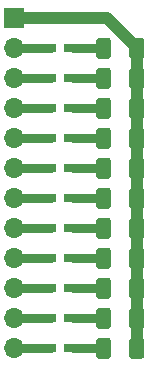
<source format=gbr>
G04 #@! TF.GenerationSoftware,KiCad,Pcbnew,(5.0.0)*
G04 #@! TF.CreationDate,2018-10-07T14:33:42+02:00*
G04 #@! TF.ProjectId,LED-panel,4C45442D70616E656C2E6B696361645F,rev?*
G04 #@! TF.SameCoordinates,Original*
G04 #@! TF.FileFunction,Copper,L1,Top,Signal*
G04 #@! TF.FilePolarity,Positive*
%FSLAX46Y46*%
G04 Gerber Fmt 4.6, Leading zero omitted, Abs format (unit mm)*
G04 Created by KiCad (PCBNEW (5.0.0)) date 10/07/18 14:33:42*
%MOMM*%
%LPD*%
G01*
G04 APERTURE LIST*
G04 #@! TA.AperFunction,SMDPad,CuDef*
%ADD10R,0.880000X0.800000*%
G04 #@! TD*
G04 #@! TA.AperFunction,SMDPad,CuDef*
%ADD11R,1.500000X0.800000*%
G04 #@! TD*
G04 #@! TA.AperFunction,ComponentPad*
%ADD12R,1.700000X1.700000*%
G04 #@! TD*
G04 #@! TA.AperFunction,ComponentPad*
%ADD13O,1.700000X1.700000*%
G04 #@! TD*
G04 #@! TA.AperFunction,Conductor*
%ADD14C,0.100000*%
G04 #@! TD*
G04 #@! TA.AperFunction,SMDPad,CuDef*
%ADD15C,1.250000*%
G04 #@! TD*
G04 #@! TA.AperFunction,Conductor*
%ADD16C,0.800000*%
G04 #@! TD*
G04 #@! TA.AperFunction,Conductor*
%ADD17C,1.000000*%
G04 #@! TD*
G04 APERTURE END LIST*
D10*
G04 #@! TO.P,D1,2*
G04 #@! TO.N,Net-(D1-Pad2)*
X28575000Y-38100000D03*
D11*
G04 #@! TO.P,D1,1*
G04 #@! TO.N,Net-(D1-Pad1)*
X30395000Y-38100000D03*
G04 #@! TD*
G04 #@! TO.P,D2,1*
G04 #@! TO.N,Net-(D2-Pad1)*
X30395000Y-40640000D03*
D10*
G04 #@! TO.P,D2,2*
G04 #@! TO.N,Net-(D2-Pad2)*
X28575000Y-40640000D03*
G04 #@! TD*
G04 #@! TO.P,D3,2*
G04 #@! TO.N,Net-(D3-Pad2)*
X28575000Y-43180000D03*
D11*
G04 #@! TO.P,D3,1*
G04 #@! TO.N,Net-(D3-Pad1)*
X30395000Y-43180000D03*
G04 #@! TD*
G04 #@! TO.P,D4,1*
G04 #@! TO.N,Net-(D4-Pad1)*
X30395000Y-45720000D03*
D10*
G04 #@! TO.P,D4,2*
G04 #@! TO.N,Net-(D4-Pad2)*
X28575000Y-45720000D03*
G04 #@! TD*
G04 #@! TO.P,D5,2*
G04 #@! TO.N,Net-(D5-Pad2)*
X28575000Y-48260000D03*
D11*
G04 #@! TO.P,D5,1*
G04 #@! TO.N,Net-(D5-Pad1)*
X30395000Y-48260000D03*
G04 #@! TD*
G04 #@! TO.P,D6,1*
G04 #@! TO.N,Net-(D6-Pad1)*
X30395000Y-50800000D03*
D10*
G04 #@! TO.P,D6,2*
G04 #@! TO.N,Net-(D6-Pad2)*
X28575000Y-50800000D03*
G04 #@! TD*
G04 #@! TO.P,D7,2*
G04 #@! TO.N,Net-(D7-Pad2)*
X28575000Y-53340000D03*
D11*
G04 #@! TO.P,D7,1*
G04 #@! TO.N,Net-(D7-Pad1)*
X30395000Y-53340000D03*
G04 #@! TD*
G04 #@! TO.P,D8,1*
G04 #@! TO.N,Net-(D8-Pad1)*
X30395000Y-55880000D03*
D10*
G04 #@! TO.P,D8,2*
G04 #@! TO.N,Net-(D8-Pad2)*
X28575000Y-55880000D03*
G04 #@! TD*
G04 #@! TO.P,D9,2*
G04 #@! TO.N,Net-(D9-Pad2)*
X28575000Y-58420000D03*
D11*
G04 #@! TO.P,D9,1*
G04 #@! TO.N,Net-(D9-Pad1)*
X30395000Y-58420000D03*
G04 #@! TD*
G04 #@! TO.P,D10,1*
G04 #@! TO.N,Net-(D10-Pad1)*
X30395000Y-60960000D03*
D10*
G04 #@! TO.P,D10,2*
G04 #@! TO.N,Net-(D10-Pad2)*
X28575000Y-60960000D03*
G04 #@! TD*
G04 #@! TO.P,D11,2*
G04 #@! TO.N,Net-(D11-Pad2)*
X28575000Y-63500000D03*
D11*
G04 #@! TO.P,D11,1*
G04 #@! TO.N,Net-(D11-Pad1)*
X30395000Y-63500000D03*
G04 #@! TD*
D12*
G04 #@! TO.P,J1,1*
G04 #@! TO.N,GND*
X25400000Y-35560000D03*
D13*
G04 #@! TO.P,J1,2*
G04 #@! TO.N,Net-(D1-Pad2)*
X25400000Y-38100000D03*
G04 #@! TO.P,J1,3*
G04 #@! TO.N,Net-(D2-Pad2)*
X25400000Y-40640000D03*
G04 #@! TO.P,J1,4*
G04 #@! TO.N,Net-(D3-Pad2)*
X25400000Y-43180000D03*
G04 #@! TO.P,J1,5*
G04 #@! TO.N,Net-(D4-Pad2)*
X25400000Y-45720000D03*
G04 #@! TO.P,J1,6*
G04 #@! TO.N,Net-(D5-Pad2)*
X25400000Y-48260000D03*
G04 #@! TO.P,J1,7*
G04 #@! TO.N,Net-(D6-Pad2)*
X25400000Y-50800000D03*
G04 #@! TO.P,J1,8*
G04 #@! TO.N,Net-(D7-Pad2)*
X25400000Y-53340000D03*
G04 #@! TO.P,J1,9*
G04 #@! TO.N,Net-(D8-Pad2)*
X25400000Y-55880000D03*
G04 #@! TO.P,J1,10*
G04 #@! TO.N,Net-(D9-Pad2)*
X25400000Y-58420000D03*
G04 #@! TO.P,J1,11*
G04 #@! TO.N,Net-(D10-Pad2)*
X25400000Y-60960000D03*
G04 #@! TO.P,J1,12*
G04 #@! TO.N,Net-(D11-Pad2)*
X25400000Y-63500000D03*
G04 #@! TD*
D14*
G04 #@! TO.N,GND*
G04 #@! TO.C,R1*
G36*
X36219504Y-37226204D02*
X36243773Y-37229804D01*
X36267571Y-37235765D01*
X36290671Y-37244030D01*
X36312849Y-37254520D01*
X36333893Y-37267133D01*
X36353598Y-37281747D01*
X36371777Y-37298223D01*
X36388253Y-37316402D01*
X36402867Y-37336107D01*
X36415480Y-37357151D01*
X36425970Y-37379329D01*
X36434235Y-37402429D01*
X36440196Y-37426227D01*
X36443796Y-37450496D01*
X36445000Y-37475000D01*
X36445000Y-38725000D01*
X36443796Y-38749504D01*
X36440196Y-38773773D01*
X36434235Y-38797571D01*
X36425970Y-38820671D01*
X36415480Y-38842849D01*
X36402867Y-38863893D01*
X36388253Y-38883598D01*
X36371777Y-38901777D01*
X36353598Y-38918253D01*
X36333893Y-38932867D01*
X36312849Y-38945480D01*
X36290671Y-38955970D01*
X36267571Y-38964235D01*
X36243773Y-38970196D01*
X36219504Y-38973796D01*
X36195000Y-38975000D01*
X35445000Y-38975000D01*
X35420496Y-38973796D01*
X35396227Y-38970196D01*
X35372429Y-38964235D01*
X35349329Y-38955970D01*
X35327151Y-38945480D01*
X35306107Y-38932867D01*
X35286402Y-38918253D01*
X35268223Y-38901777D01*
X35251747Y-38883598D01*
X35237133Y-38863893D01*
X35224520Y-38842849D01*
X35214030Y-38820671D01*
X35205765Y-38797571D01*
X35199804Y-38773773D01*
X35196204Y-38749504D01*
X35195000Y-38725000D01*
X35195000Y-37475000D01*
X35196204Y-37450496D01*
X35199804Y-37426227D01*
X35205765Y-37402429D01*
X35214030Y-37379329D01*
X35224520Y-37357151D01*
X35237133Y-37336107D01*
X35251747Y-37316402D01*
X35268223Y-37298223D01*
X35286402Y-37281747D01*
X35306107Y-37267133D01*
X35327151Y-37254520D01*
X35349329Y-37244030D01*
X35372429Y-37235765D01*
X35396227Y-37229804D01*
X35420496Y-37226204D01*
X35445000Y-37225000D01*
X36195000Y-37225000D01*
X36219504Y-37226204D01*
X36219504Y-37226204D01*
G37*
D15*
G04 #@! TD*
G04 #@! TO.P,R1,2*
G04 #@! TO.N,GND*
X35820000Y-38100000D03*
D14*
G04 #@! TO.N,Net-(D1-Pad1)*
G04 #@! TO.C,R1*
G36*
X33419504Y-37226204D02*
X33443773Y-37229804D01*
X33467571Y-37235765D01*
X33490671Y-37244030D01*
X33512849Y-37254520D01*
X33533893Y-37267133D01*
X33553598Y-37281747D01*
X33571777Y-37298223D01*
X33588253Y-37316402D01*
X33602867Y-37336107D01*
X33615480Y-37357151D01*
X33625970Y-37379329D01*
X33634235Y-37402429D01*
X33640196Y-37426227D01*
X33643796Y-37450496D01*
X33645000Y-37475000D01*
X33645000Y-38725000D01*
X33643796Y-38749504D01*
X33640196Y-38773773D01*
X33634235Y-38797571D01*
X33625970Y-38820671D01*
X33615480Y-38842849D01*
X33602867Y-38863893D01*
X33588253Y-38883598D01*
X33571777Y-38901777D01*
X33553598Y-38918253D01*
X33533893Y-38932867D01*
X33512849Y-38945480D01*
X33490671Y-38955970D01*
X33467571Y-38964235D01*
X33443773Y-38970196D01*
X33419504Y-38973796D01*
X33395000Y-38975000D01*
X32645000Y-38975000D01*
X32620496Y-38973796D01*
X32596227Y-38970196D01*
X32572429Y-38964235D01*
X32549329Y-38955970D01*
X32527151Y-38945480D01*
X32506107Y-38932867D01*
X32486402Y-38918253D01*
X32468223Y-38901777D01*
X32451747Y-38883598D01*
X32437133Y-38863893D01*
X32424520Y-38842849D01*
X32414030Y-38820671D01*
X32405765Y-38797571D01*
X32399804Y-38773773D01*
X32396204Y-38749504D01*
X32395000Y-38725000D01*
X32395000Y-37475000D01*
X32396204Y-37450496D01*
X32399804Y-37426227D01*
X32405765Y-37402429D01*
X32414030Y-37379329D01*
X32424520Y-37357151D01*
X32437133Y-37336107D01*
X32451747Y-37316402D01*
X32468223Y-37298223D01*
X32486402Y-37281747D01*
X32506107Y-37267133D01*
X32527151Y-37254520D01*
X32549329Y-37244030D01*
X32572429Y-37235765D01*
X32596227Y-37229804D01*
X32620496Y-37226204D01*
X32645000Y-37225000D01*
X33395000Y-37225000D01*
X33419504Y-37226204D01*
X33419504Y-37226204D01*
G37*
D15*
G04 #@! TD*
G04 #@! TO.P,R1,1*
G04 #@! TO.N,Net-(D1-Pad1)*
X33020000Y-38100000D03*
D14*
G04 #@! TO.N,Net-(D2-Pad1)*
G04 #@! TO.C,R2*
G36*
X33419504Y-39766204D02*
X33443773Y-39769804D01*
X33467571Y-39775765D01*
X33490671Y-39784030D01*
X33512849Y-39794520D01*
X33533893Y-39807133D01*
X33553598Y-39821747D01*
X33571777Y-39838223D01*
X33588253Y-39856402D01*
X33602867Y-39876107D01*
X33615480Y-39897151D01*
X33625970Y-39919329D01*
X33634235Y-39942429D01*
X33640196Y-39966227D01*
X33643796Y-39990496D01*
X33645000Y-40015000D01*
X33645000Y-41265000D01*
X33643796Y-41289504D01*
X33640196Y-41313773D01*
X33634235Y-41337571D01*
X33625970Y-41360671D01*
X33615480Y-41382849D01*
X33602867Y-41403893D01*
X33588253Y-41423598D01*
X33571777Y-41441777D01*
X33553598Y-41458253D01*
X33533893Y-41472867D01*
X33512849Y-41485480D01*
X33490671Y-41495970D01*
X33467571Y-41504235D01*
X33443773Y-41510196D01*
X33419504Y-41513796D01*
X33395000Y-41515000D01*
X32645000Y-41515000D01*
X32620496Y-41513796D01*
X32596227Y-41510196D01*
X32572429Y-41504235D01*
X32549329Y-41495970D01*
X32527151Y-41485480D01*
X32506107Y-41472867D01*
X32486402Y-41458253D01*
X32468223Y-41441777D01*
X32451747Y-41423598D01*
X32437133Y-41403893D01*
X32424520Y-41382849D01*
X32414030Y-41360671D01*
X32405765Y-41337571D01*
X32399804Y-41313773D01*
X32396204Y-41289504D01*
X32395000Y-41265000D01*
X32395000Y-40015000D01*
X32396204Y-39990496D01*
X32399804Y-39966227D01*
X32405765Y-39942429D01*
X32414030Y-39919329D01*
X32424520Y-39897151D01*
X32437133Y-39876107D01*
X32451747Y-39856402D01*
X32468223Y-39838223D01*
X32486402Y-39821747D01*
X32506107Y-39807133D01*
X32527151Y-39794520D01*
X32549329Y-39784030D01*
X32572429Y-39775765D01*
X32596227Y-39769804D01*
X32620496Y-39766204D01*
X32645000Y-39765000D01*
X33395000Y-39765000D01*
X33419504Y-39766204D01*
X33419504Y-39766204D01*
G37*
D15*
G04 #@! TD*
G04 #@! TO.P,R2,1*
G04 #@! TO.N,Net-(D2-Pad1)*
X33020000Y-40640000D03*
D14*
G04 #@! TO.N,GND*
G04 #@! TO.C,R2*
G36*
X36219504Y-39766204D02*
X36243773Y-39769804D01*
X36267571Y-39775765D01*
X36290671Y-39784030D01*
X36312849Y-39794520D01*
X36333893Y-39807133D01*
X36353598Y-39821747D01*
X36371777Y-39838223D01*
X36388253Y-39856402D01*
X36402867Y-39876107D01*
X36415480Y-39897151D01*
X36425970Y-39919329D01*
X36434235Y-39942429D01*
X36440196Y-39966227D01*
X36443796Y-39990496D01*
X36445000Y-40015000D01*
X36445000Y-41265000D01*
X36443796Y-41289504D01*
X36440196Y-41313773D01*
X36434235Y-41337571D01*
X36425970Y-41360671D01*
X36415480Y-41382849D01*
X36402867Y-41403893D01*
X36388253Y-41423598D01*
X36371777Y-41441777D01*
X36353598Y-41458253D01*
X36333893Y-41472867D01*
X36312849Y-41485480D01*
X36290671Y-41495970D01*
X36267571Y-41504235D01*
X36243773Y-41510196D01*
X36219504Y-41513796D01*
X36195000Y-41515000D01*
X35445000Y-41515000D01*
X35420496Y-41513796D01*
X35396227Y-41510196D01*
X35372429Y-41504235D01*
X35349329Y-41495970D01*
X35327151Y-41485480D01*
X35306107Y-41472867D01*
X35286402Y-41458253D01*
X35268223Y-41441777D01*
X35251747Y-41423598D01*
X35237133Y-41403893D01*
X35224520Y-41382849D01*
X35214030Y-41360671D01*
X35205765Y-41337571D01*
X35199804Y-41313773D01*
X35196204Y-41289504D01*
X35195000Y-41265000D01*
X35195000Y-40015000D01*
X35196204Y-39990496D01*
X35199804Y-39966227D01*
X35205765Y-39942429D01*
X35214030Y-39919329D01*
X35224520Y-39897151D01*
X35237133Y-39876107D01*
X35251747Y-39856402D01*
X35268223Y-39838223D01*
X35286402Y-39821747D01*
X35306107Y-39807133D01*
X35327151Y-39794520D01*
X35349329Y-39784030D01*
X35372429Y-39775765D01*
X35396227Y-39769804D01*
X35420496Y-39766204D01*
X35445000Y-39765000D01*
X36195000Y-39765000D01*
X36219504Y-39766204D01*
X36219504Y-39766204D01*
G37*
D15*
G04 #@! TD*
G04 #@! TO.P,R2,2*
G04 #@! TO.N,GND*
X35820000Y-40640000D03*
D14*
G04 #@! TO.N,GND*
G04 #@! TO.C,R3*
G36*
X36219504Y-42306204D02*
X36243773Y-42309804D01*
X36267571Y-42315765D01*
X36290671Y-42324030D01*
X36312849Y-42334520D01*
X36333893Y-42347133D01*
X36353598Y-42361747D01*
X36371777Y-42378223D01*
X36388253Y-42396402D01*
X36402867Y-42416107D01*
X36415480Y-42437151D01*
X36425970Y-42459329D01*
X36434235Y-42482429D01*
X36440196Y-42506227D01*
X36443796Y-42530496D01*
X36445000Y-42555000D01*
X36445000Y-43805000D01*
X36443796Y-43829504D01*
X36440196Y-43853773D01*
X36434235Y-43877571D01*
X36425970Y-43900671D01*
X36415480Y-43922849D01*
X36402867Y-43943893D01*
X36388253Y-43963598D01*
X36371777Y-43981777D01*
X36353598Y-43998253D01*
X36333893Y-44012867D01*
X36312849Y-44025480D01*
X36290671Y-44035970D01*
X36267571Y-44044235D01*
X36243773Y-44050196D01*
X36219504Y-44053796D01*
X36195000Y-44055000D01*
X35445000Y-44055000D01*
X35420496Y-44053796D01*
X35396227Y-44050196D01*
X35372429Y-44044235D01*
X35349329Y-44035970D01*
X35327151Y-44025480D01*
X35306107Y-44012867D01*
X35286402Y-43998253D01*
X35268223Y-43981777D01*
X35251747Y-43963598D01*
X35237133Y-43943893D01*
X35224520Y-43922849D01*
X35214030Y-43900671D01*
X35205765Y-43877571D01*
X35199804Y-43853773D01*
X35196204Y-43829504D01*
X35195000Y-43805000D01*
X35195000Y-42555000D01*
X35196204Y-42530496D01*
X35199804Y-42506227D01*
X35205765Y-42482429D01*
X35214030Y-42459329D01*
X35224520Y-42437151D01*
X35237133Y-42416107D01*
X35251747Y-42396402D01*
X35268223Y-42378223D01*
X35286402Y-42361747D01*
X35306107Y-42347133D01*
X35327151Y-42334520D01*
X35349329Y-42324030D01*
X35372429Y-42315765D01*
X35396227Y-42309804D01*
X35420496Y-42306204D01*
X35445000Y-42305000D01*
X36195000Y-42305000D01*
X36219504Y-42306204D01*
X36219504Y-42306204D01*
G37*
D15*
G04 #@! TD*
G04 #@! TO.P,R3,2*
G04 #@! TO.N,GND*
X35820000Y-43180000D03*
D14*
G04 #@! TO.N,Net-(D3-Pad1)*
G04 #@! TO.C,R3*
G36*
X33419504Y-42306204D02*
X33443773Y-42309804D01*
X33467571Y-42315765D01*
X33490671Y-42324030D01*
X33512849Y-42334520D01*
X33533893Y-42347133D01*
X33553598Y-42361747D01*
X33571777Y-42378223D01*
X33588253Y-42396402D01*
X33602867Y-42416107D01*
X33615480Y-42437151D01*
X33625970Y-42459329D01*
X33634235Y-42482429D01*
X33640196Y-42506227D01*
X33643796Y-42530496D01*
X33645000Y-42555000D01*
X33645000Y-43805000D01*
X33643796Y-43829504D01*
X33640196Y-43853773D01*
X33634235Y-43877571D01*
X33625970Y-43900671D01*
X33615480Y-43922849D01*
X33602867Y-43943893D01*
X33588253Y-43963598D01*
X33571777Y-43981777D01*
X33553598Y-43998253D01*
X33533893Y-44012867D01*
X33512849Y-44025480D01*
X33490671Y-44035970D01*
X33467571Y-44044235D01*
X33443773Y-44050196D01*
X33419504Y-44053796D01*
X33395000Y-44055000D01*
X32645000Y-44055000D01*
X32620496Y-44053796D01*
X32596227Y-44050196D01*
X32572429Y-44044235D01*
X32549329Y-44035970D01*
X32527151Y-44025480D01*
X32506107Y-44012867D01*
X32486402Y-43998253D01*
X32468223Y-43981777D01*
X32451747Y-43963598D01*
X32437133Y-43943893D01*
X32424520Y-43922849D01*
X32414030Y-43900671D01*
X32405765Y-43877571D01*
X32399804Y-43853773D01*
X32396204Y-43829504D01*
X32395000Y-43805000D01*
X32395000Y-42555000D01*
X32396204Y-42530496D01*
X32399804Y-42506227D01*
X32405765Y-42482429D01*
X32414030Y-42459329D01*
X32424520Y-42437151D01*
X32437133Y-42416107D01*
X32451747Y-42396402D01*
X32468223Y-42378223D01*
X32486402Y-42361747D01*
X32506107Y-42347133D01*
X32527151Y-42334520D01*
X32549329Y-42324030D01*
X32572429Y-42315765D01*
X32596227Y-42309804D01*
X32620496Y-42306204D01*
X32645000Y-42305000D01*
X33395000Y-42305000D01*
X33419504Y-42306204D01*
X33419504Y-42306204D01*
G37*
D15*
G04 #@! TD*
G04 #@! TO.P,R3,1*
G04 #@! TO.N,Net-(D3-Pad1)*
X33020000Y-43180000D03*
D14*
G04 #@! TO.N,Net-(D4-Pad1)*
G04 #@! TO.C,R4*
G36*
X33419504Y-44846204D02*
X33443773Y-44849804D01*
X33467571Y-44855765D01*
X33490671Y-44864030D01*
X33512849Y-44874520D01*
X33533893Y-44887133D01*
X33553598Y-44901747D01*
X33571777Y-44918223D01*
X33588253Y-44936402D01*
X33602867Y-44956107D01*
X33615480Y-44977151D01*
X33625970Y-44999329D01*
X33634235Y-45022429D01*
X33640196Y-45046227D01*
X33643796Y-45070496D01*
X33645000Y-45095000D01*
X33645000Y-46345000D01*
X33643796Y-46369504D01*
X33640196Y-46393773D01*
X33634235Y-46417571D01*
X33625970Y-46440671D01*
X33615480Y-46462849D01*
X33602867Y-46483893D01*
X33588253Y-46503598D01*
X33571777Y-46521777D01*
X33553598Y-46538253D01*
X33533893Y-46552867D01*
X33512849Y-46565480D01*
X33490671Y-46575970D01*
X33467571Y-46584235D01*
X33443773Y-46590196D01*
X33419504Y-46593796D01*
X33395000Y-46595000D01*
X32645000Y-46595000D01*
X32620496Y-46593796D01*
X32596227Y-46590196D01*
X32572429Y-46584235D01*
X32549329Y-46575970D01*
X32527151Y-46565480D01*
X32506107Y-46552867D01*
X32486402Y-46538253D01*
X32468223Y-46521777D01*
X32451747Y-46503598D01*
X32437133Y-46483893D01*
X32424520Y-46462849D01*
X32414030Y-46440671D01*
X32405765Y-46417571D01*
X32399804Y-46393773D01*
X32396204Y-46369504D01*
X32395000Y-46345000D01*
X32395000Y-45095000D01*
X32396204Y-45070496D01*
X32399804Y-45046227D01*
X32405765Y-45022429D01*
X32414030Y-44999329D01*
X32424520Y-44977151D01*
X32437133Y-44956107D01*
X32451747Y-44936402D01*
X32468223Y-44918223D01*
X32486402Y-44901747D01*
X32506107Y-44887133D01*
X32527151Y-44874520D01*
X32549329Y-44864030D01*
X32572429Y-44855765D01*
X32596227Y-44849804D01*
X32620496Y-44846204D01*
X32645000Y-44845000D01*
X33395000Y-44845000D01*
X33419504Y-44846204D01*
X33419504Y-44846204D01*
G37*
D15*
G04 #@! TD*
G04 #@! TO.P,R4,1*
G04 #@! TO.N,Net-(D4-Pad1)*
X33020000Y-45720000D03*
D14*
G04 #@! TO.N,GND*
G04 #@! TO.C,R4*
G36*
X36219504Y-44846204D02*
X36243773Y-44849804D01*
X36267571Y-44855765D01*
X36290671Y-44864030D01*
X36312849Y-44874520D01*
X36333893Y-44887133D01*
X36353598Y-44901747D01*
X36371777Y-44918223D01*
X36388253Y-44936402D01*
X36402867Y-44956107D01*
X36415480Y-44977151D01*
X36425970Y-44999329D01*
X36434235Y-45022429D01*
X36440196Y-45046227D01*
X36443796Y-45070496D01*
X36445000Y-45095000D01*
X36445000Y-46345000D01*
X36443796Y-46369504D01*
X36440196Y-46393773D01*
X36434235Y-46417571D01*
X36425970Y-46440671D01*
X36415480Y-46462849D01*
X36402867Y-46483893D01*
X36388253Y-46503598D01*
X36371777Y-46521777D01*
X36353598Y-46538253D01*
X36333893Y-46552867D01*
X36312849Y-46565480D01*
X36290671Y-46575970D01*
X36267571Y-46584235D01*
X36243773Y-46590196D01*
X36219504Y-46593796D01*
X36195000Y-46595000D01*
X35445000Y-46595000D01*
X35420496Y-46593796D01*
X35396227Y-46590196D01*
X35372429Y-46584235D01*
X35349329Y-46575970D01*
X35327151Y-46565480D01*
X35306107Y-46552867D01*
X35286402Y-46538253D01*
X35268223Y-46521777D01*
X35251747Y-46503598D01*
X35237133Y-46483893D01*
X35224520Y-46462849D01*
X35214030Y-46440671D01*
X35205765Y-46417571D01*
X35199804Y-46393773D01*
X35196204Y-46369504D01*
X35195000Y-46345000D01*
X35195000Y-45095000D01*
X35196204Y-45070496D01*
X35199804Y-45046227D01*
X35205765Y-45022429D01*
X35214030Y-44999329D01*
X35224520Y-44977151D01*
X35237133Y-44956107D01*
X35251747Y-44936402D01*
X35268223Y-44918223D01*
X35286402Y-44901747D01*
X35306107Y-44887133D01*
X35327151Y-44874520D01*
X35349329Y-44864030D01*
X35372429Y-44855765D01*
X35396227Y-44849804D01*
X35420496Y-44846204D01*
X35445000Y-44845000D01*
X36195000Y-44845000D01*
X36219504Y-44846204D01*
X36219504Y-44846204D01*
G37*
D15*
G04 #@! TD*
G04 #@! TO.P,R4,2*
G04 #@! TO.N,GND*
X35820000Y-45720000D03*
D14*
G04 #@! TO.N,GND*
G04 #@! TO.C,R5*
G36*
X36219504Y-47386204D02*
X36243773Y-47389804D01*
X36267571Y-47395765D01*
X36290671Y-47404030D01*
X36312849Y-47414520D01*
X36333893Y-47427133D01*
X36353598Y-47441747D01*
X36371777Y-47458223D01*
X36388253Y-47476402D01*
X36402867Y-47496107D01*
X36415480Y-47517151D01*
X36425970Y-47539329D01*
X36434235Y-47562429D01*
X36440196Y-47586227D01*
X36443796Y-47610496D01*
X36445000Y-47635000D01*
X36445000Y-48885000D01*
X36443796Y-48909504D01*
X36440196Y-48933773D01*
X36434235Y-48957571D01*
X36425970Y-48980671D01*
X36415480Y-49002849D01*
X36402867Y-49023893D01*
X36388253Y-49043598D01*
X36371777Y-49061777D01*
X36353598Y-49078253D01*
X36333893Y-49092867D01*
X36312849Y-49105480D01*
X36290671Y-49115970D01*
X36267571Y-49124235D01*
X36243773Y-49130196D01*
X36219504Y-49133796D01*
X36195000Y-49135000D01*
X35445000Y-49135000D01*
X35420496Y-49133796D01*
X35396227Y-49130196D01*
X35372429Y-49124235D01*
X35349329Y-49115970D01*
X35327151Y-49105480D01*
X35306107Y-49092867D01*
X35286402Y-49078253D01*
X35268223Y-49061777D01*
X35251747Y-49043598D01*
X35237133Y-49023893D01*
X35224520Y-49002849D01*
X35214030Y-48980671D01*
X35205765Y-48957571D01*
X35199804Y-48933773D01*
X35196204Y-48909504D01*
X35195000Y-48885000D01*
X35195000Y-47635000D01*
X35196204Y-47610496D01*
X35199804Y-47586227D01*
X35205765Y-47562429D01*
X35214030Y-47539329D01*
X35224520Y-47517151D01*
X35237133Y-47496107D01*
X35251747Y-47476402D01*
X35268223Y-47458223D01*
X35286402Y-47441747D01*
X35306107Y-47427133D01*
X35327151Y-47414520D01*
X35349329Y-47404030D01*
X35372429Y-47395765D01*
X35396227Y-47389804D01*
X35420496Y-47386204D01*
X35445000Y-47385000D01*
X36195000Y-47385000D01*
X36219504Y-47386204D01*
X36219504Y-47386204D01*
G37*
D15*
G04 #@! TD*
G04 #@! TO.P,R5,2*
G04 #@! TO.N,GND*
X35820000Y-48260000D03*
D14*
G04 #@! TO.N,Net-(D5-Pad1)*
G04 #@! TO.C,R5*
G36*
X33419504Y-47386204D02*
X33443773Y-47389804D01*
X33467571Y-47395765D01*
X33490671Y-47404030D01*
X33512849Y-47414520D01*
X33533893Y-47427133D01*
X33553598Y-47441747D01*
X33571777Y-47458223D01*
X33588253Y-47476402D01*
X33602867Y-47496107D01*
X33615480Y-47517151D01*
X33625970Y-47539329D01*
X33634235Y-47562429D01*
X33640196Y-47586227D01*
X33643796Y-47610496D01*
X33645000Y-47635000D01*
X33645000Y-48885000D01*
X33643796Y-48909504D01*
X33640196Y-48933773D01*
X33634235Y-48957571D01*
X33625970Y-48980671D01*
X33615480Y-49002849D01*
X33602867Y-49023893D01*
X33588253Y-49043598D01*
X33571777Y-49061777D01*
X33553598Y-49078253D01*
X33533893Y-49092867D01*
X33512849Y-49105480D01*
X33490671Y-49115970D01*
X33467571Y-49124235D01*
X33443773Y-49130196D01*
X33419504Y-49133796D01*
X33395000Y-49135000D01*
X32645000Y-49135000D01*
X32620496Y-49133796D01*
X32596227Y-49130196D01*
X32572429Y-49124235D01*
X32549329Y-49115970D01*
X32527151Y-49105480D01*
X32506107Y-49092867D01*
X32486402Y-49078253D01*
X32468223Y-49061777D01*
X32451747Y-49043598D01*
X32437133Y-49023893D01*
X32424520Y-49002849D01*
X32414030Y-48980671D01*
X32405765Y-48957571D01*
X32399804Y-48933773D01*
X32396204Y-48909504D01*
X32395000Y-48885000D01*
X32395000Y-47635000D01*
X32396204Y-47610496D01*
X32399804Y-47586227D01*
X32405765Y-47562429D01*
X32414030Y-47539329D01*
X32424520Y-47517151D01*
X32437133Y-47496107D01*
X32451747Y-47476402D01*
X32468223Y-47458223D01*
X32486402Y-47441747D01*
X32506107Y-47427133D01*
X32527151Y-47414520D01*
X32549329Y-47404030D01*
X32572429Y-47395765D01*
X32596227Y-47389804D01*
X32620496Y-47386204D01*
X32645000Y-47385000D01*
X33395000Y-47385000D01*
X33419504Y-47386204D01*
X33419504Y-47386204D01*
G37*
D15*
G04 #@! TD*
G04 #@! TO.P,R5,1*
G04 #@! TO.N,Net-(D5-Pad1)*
X33020000Y-48260000D03*
D14*
G04 #@! TO.N,Net-(D6-Pad1)*
G04 #@! TO.C,R6*
G36*
X33419504Y-49926204D02*
X33443773Y-49929804D01*
X33467571Y-49935765D01*
X33490671Y-49944030D01*
X33512849Y-49954520D01*
X33533893Y-49967133D01*
X33553598Y-49981747D01*
X33571777Y-49998223D01*
X33588253Y-50016402D01*
X33602867Y-50036107D01*
X33615480Y-50057151D01*
X33625970Y-50079329D01*
X33634235Y-50102429D01*
X33640196Y-50126227D01*
X33643796Y-50150496D01*
X33645000Y-50175000D01*
X33645000Y-51425000D01*
X33643796Y-51449504D01*
X33640196Y-51473773D01*
X33634235Y-51497571D01*
X33625970Y-51520671D01*
X33615480Y-51542849D01*
X33602867Y-51563893D01*
X33588253Y-51583598D01*
X33571777Y-51601777D01*
X33553598Y-51618253D01*
X33533893Y-51632867D01*
X33512849Y-51645480D01*
X33490671Y-51655970D01*
X33467571Y-51664235D01*
X33443773Y-51670196D01*
X33419504Y-51673796D01*
X33395000Y-51675000D01*
X32645000Y-51675000D01*
X32620496Y-51673796D01*
X32596227Y-51670196D01*
X32572429Y-51664235D01*
X32549329Y-51655970D01*
X32527151Y-51645480D01*
X32506107Y-51632867D01*
X32486402Y-51618253D01*
X32468223Y-51601777D01*
X32451747Y-51583598D01*
X32437133Y-51563893D01*
X32424520Y-51542849D01*
X32414030Y-51520671D01*
X32405765Y-51497571D01*
X32399804Y-51473773D01*
X32396204Y-51449504D01*
X32395000Y-51425000D01*
X32395000Y-50175000D01*
X32396204Y-50150496D01*
X32399804Y-50126227D01*
X32405765Y-50102429D01*
X32414030Y-50079329D01*
X32424520Y-50057151D01*
X32437133Y-50036107D01*
X32451747Y-50016402D01*
X32468223Y-49998223D01*
X32486402Y-49981747D01*
X32506107Y-49967133D01*
X32527151Y-49954520D01*
X32549329Y-49944030D01*
X32572429Y-49935765D01*
X32596227Y-49929804D01*
X32620496Y-49926204D01*
X32645000Y-49925000D01*
X33395000Y-49925000D01*
X33419504Y-49926204D01*
X33419504Y-49926204D01*
G37*
D15*
G04 #@! TD*
G04 #@! TO.P,R6,1*
G04 #@! TO.N,Net-(D6-Pad1)*
X33020000Y-50800000D03*
D14*
G04 #@! TO.N,GND*
G04 #@! TO.C,R6*
G36*
X36219504Y-49926204D02*
X36243773Y-49929804D01*
X36267571Y-49935765D01*
X36290671Y-49944030D01*
X36312849Y-49954520D01*
X36333893Y-49967133D01*
X36353598Y-49981747D01*
X36371777Y-49998223D01*
X36388253Y-50016402D01*
X36402867Y-50036107D01*
X36415480Y-50057151D01*
X36425970Y-50079329D01*
X36434235Y-50102429D01*
X36440196Y-50126227D01*
X36443796Y-50150496D01*
X36445000Y-50175000D01*
X36445000Y-51425000D01*
X36443796Y-51449504D01*
X36440196Y-51473773D01*
X36434235Y-51497571D01*
X36425970Y-51520671D01*
X36415480Y-51542849D01*
X36402867Y-51563893D01*
X36388253Y-51583598D01*
X36371777Y-51601777D01*
X36353598Y-51618253D01*
X36333893Y-51632867D01*
X36312849Y-51645480D01*
X36290671Y-51655970D01*
X36267571Y-51664235D01*
X36243773Y-51670196D01*
X36219504Y-51673796D01*
X36195000Y-51675000D01*
X35445000Y-51675000D01*
X35420496Y-51673796D01*
X35396227Y-51670196D01*
X35372429Y-51664235D01*
X35349329Y-51655970D01*
X35327151Y-51645480D01*
X35306107Y-51632867D01*
X35286402Y-51618253D01*
X35268223Y-51601777D01*
X35251747Y-51583598D01*
X35237133Y-51563893D01*
X35224520Y-51542849D01*
X35214030Y-51520671D01*
X35205765Y-51497571D01*
X35199804Y-51473773D01*
X35196204Y-51449504D01*
X35195000Y-51425000D01*
X35195000Y-50175000D01*
X35196204Y-50150496D01*
X35199804Y-50126227D01*
X35205765Y-50102429D01*
X35214030Y-50079329D01*
X35224520Y-50057151D01*
X35237133Y-50036107D01*
X35251747Y-50016402D01*
X35268223Y-49998223D01*
X35286402Y-49981747D01*
X35306107Y-49967133D01*
X35327151Y-49954520D01*
X35349329Y-49944030D01*
X35372429Y-49935765D01*
X35396227Y-49929804D01*
X35420496Y-49926204D01*
X35445000Y-49925000D01*
X36195000Y-49925000D01*
X36219504Y-49926204D01*
X36219504Y-49926204D01*
G37*
D15*
G04 #@! TD*
G04 #@! TO.P,R6,2*
G04 #@! TO.N,GND*
X35820000Y-50800000D03*
D14*
G04 #@! TO.N,GND*
G04 #@! TO.C,R7*
G36*
X36219504Y-52466204D02*
X36243773Y-52469804D01*
X36267571Y-52475765D01*
X36290671Y-52484030D01*
X36312849Y-52494520D01*
X36333893Y-52507133D01*
X36353598Y-52521747D01*
X36371777Y-52538223D01*
X36388253Y-52556402D01*
X36402867Y-52576107D01*
X36415480Y-52597151D01*
X36425970Y-52619329D01*
X36434235Y-52642429D01*
X36440196Y-52666227D01*
X36443796Y-52690496D01*
X36445000Y-52715000D01*
X36445000Y-53965000D01*
X36443796Y-53989504D01*
X36440196Y-54013773D01*
X36434235Y-54037571D01*
X36425970Y-54060671D01*
X36415480Y-54082849D01*
X36402867Y-54103893D01*
X36388253Y-54123598D01*
X36371777Y-54141777D01*
X36353598Y-54158253D01*
X36333893Y-54172867D01*
X36312849Y-54185480D01*
X36290671Y-54195970D01*
X36267571Y-54204235D01*
X36243773Y-54210196D01*
X36219504Y-54213796D01*
X36195000Y-54215000D01*
X35445000Y-54215000D01*
X35420496Y-54213796D01*
X35396227Y-54210196D01*
X35372429Y-54204235D01*
X35349329Y-54195970D01*
X35327151Y-54185480D01*
X35306107Y-54172867D01*
X35286402Y-54158253D01*
X35268223Y-54141777D01*
X35251747Y-54123598D01*
X35237133Y-54103893D01*
X35224520Y-54082849D01*
X35214030Y-54060671D01*
X35205765Y-54037571D01*
X35199804Y-54013773D01*
X35196204Y-53989504D01*
X35195000Y-53965000D01*
X35195000Y-52715000D01*
X35196204Y-52690496D01*
X35199804Y-52666227D01*
X35205765Y-52642429D01*
X35214030Y-52619329D01*
X35224520Y-52597151D01*
X35237133Y-52576107D01*
X35251747Y-52556402D01*
X35268223Y-52538223D01*
X35286402Y-52521747D01*
X35306107Y-52507133D01*
X35327151Y-52494520D01*
X35349329Y-52484030D01*
X35372429Y-52475765D01*
X35396227Y-52469804D01*
X35420496Y-52466204D01*
X35445000Y-52465000D01*
X36195000Y-52465000D01*
X36219504Y-52466204D01*
X36219504Y-52466204D01*
G37*
D15*
G04 #@! TD*
G04 #@! TO.P,R7,2*
G04 #@! TO.N,GND*
X35820000Y-53340000D03*
D14*
G04 #@! TO.N,Net-(D7-Pad1)*
G04 #@! TO.C,R7*
G36*
X33419504Y-52466204D02*
X33443773Y-52469804D01*
X33467571Y-52475765D01*
X33490671Y-52484030D01*
X33512849Y-52494520D01*
X33533893Y-52507133D01*
X33553598Y-52521747D01*
X33571777Y-52538223D01*
X33588253Y-52556402D01*
X33602867Y-52576107D01*
X33615480Y-52597151D01*
X33625970Y-52619329D01*
X33634235Y-52642429D01*
X33640196Y-52666227D01*
X33643796Y-52690496D01*
X33645000Y-52715000D01*
X33645000Y-53965000D01*
X33643796Y-53989504D01*
X33640196Y-54013773D01*
X33634235Y-54037571D01*
X33625970Y-54060671D01*
X33615480Y-54082849D01*
X33602867Y-54103893D01*
X33588253Y-54123598D01*
X33571777Y-54141777D01*
X33553598Y-54158253D01*
X33533893Y-54172867D01*
X33512849Y-54185480D01*
X33490671Y-54195970D01*
X33467571Y-54204235D01*
X33443773Y-54210196D01*
X33419504Y-54213796D01*
X33395000Y-54215000D01*
X32645000Y-54215000D01*
X32620496Y-54213796D01*
X32596227Y-54210196D01*
X32572429Y-54204235D01*
X32549329Y-54195970D01*
X32527151Y-54185480D01*
X32506107Y-54172867D01*
X32486402Y-54158253D01*
X32468223Y-54141777D01*
X32451747Y-54123598D01*
X32437133Y-54103893D01*
X32424520Y-54082849D01*
X32414030Y-54060671D01*
X32405765Y-54037571D01*
X32399804Y-54013773D01*
X32396204Y-53989504D01*
X32395000Y-53965000D01*
X32395000Y-52715000D01*
X32396204Y-52690496D01*
X32399804Y-52666227D01*
X32405765Y-52642429D01*
X32414030Y-52619329D01*
X32424520Y-52597151D01*
X32437133Y-52576107D01*
X32451747Y-52556402D01*
X32468223Y-52538223D01*
X32486402Y-52521747D01*
X32506107Y-52507133D01*
X32527151Y-52494520D01*
X32549329Y-52484030D01*
X32572429Y-52475765D01*
X32596227Y-52469804D01*
X32620496Y-52466204D01*
X32645000Y-52465000D01*
X33395000Y-52465000D01*
X33419504Y-52466204D01*
X33419504Y-52466204D01*
G37*
D15*
G04 #@! TD*
G04 #@! TO.P,R7,1*
G04 #@! TO.N,Net-(D7-Pad1)*
X33020000Y-53340000D03*
D14*
G04 #@! TO.N,Net-(D8-Pad1)*
G04 #@! TO.C,R8*
G36*
X33419504Y-55006204D02*
X33443773Y-55009804D01*
X33467571Y-55015765D01*
X33490671Y-55024030D01*
X33512849Y-55034520D01*
X33533893Y-55047133D01*
X33553598Y-55061747D01*
X33571777Y-55078223D01*
X33588253Y-55096402D01*
X33602867Y-55116107D01*
X33615480Y-55137151D01*
X33625970Y-55159329D01*
X33634235Y-55182429D01*
X33640196Y-55206227D01*
X33643796Y-55230496D01*
X33645000Y-55255000D01*
X33645000Y-56505000D01*
X33643796Y-56529504D01*
X33640196Y-56553773D01*
X33634235Y-56577571D01*
X33625970Y-56600671D01*
X33615480Y-56622849D01*
X33602867Y-56643893D01*
X33588253Y-56663598D01*
X33571777Y-56681777D01*
X33553598Y-56698253D01*
X33533893Y-56712867D01*
X33512849Y-56725480D01*
X33490671Y-56735970D01*
X33467571Y-56744235D01*
X33443773Y-56750196D01*
X33419504Y-56753796D01*
X33395000Y-56755000D01*
X32645000Y-56755000D01*
X32620496Y-56753796D01*
X32596227Y-56750196D01*
X32572429Y-56744235D01*
X32549329Y-56735970D01*
X32527151Y-56725480D01*
X32506107Y-56712867D01*
X32486402Y-56698253D01*
X32468223Y-56681777D01*
X32451747Y-56663598D01*
X32437133Y-56643893D01*
X32424520Y-56622849D01*
X32414030Y-56600671D01*
X32405765Y-56577571D01*
X32399804Y-56553773D01*
X32396204Y-56529504D01*
X32395000Y-56505000D01*
X32395000Y-55255000D01*
X32396204Y-55230496D01*
X32399804Y-55206227D01*
X32405765Y-55182429D01*
X32414030Y-55159329D01*
X32424520Y-55137151D01*
X32437133Y-55116107D01*
X32451747Y-55096402D01*
X32468223Y-55078223D01*
X32486402Y-55061747D01*
X32506107Y-55047133D01*
X32527151Y-55034520D01*
X32549329Y-55024030D01*
X32572429Y-55015765D01*
X32596227Y-55009804D01*
X32620496Y-55006204D01*
X32645000Y-55005000D01*
X33395000Y-55005000D01*
X33419504Y-55006204D01*
X33419504Y-55006204D01*
G37*
D15*
G04 #@! TD*
G04 #@! TO.P,R8,1*
G04 #@! TO.N,Net-(D8-Pad1)*
X33020000Y-55880000D03*
D14*
G04 #@! TO.N,GND*
G04 #@! TO.C,R8*
G36*
X36219504Y-55006204D02*
X36243773Y-55009804D01*
X36267571Y-55015765D01*
X36290671Y-55024030D01*
X36312849Y-55034520D01*
X36333893Y-55047133D01*
X36353598Y-55061747D01*
X36371777Y-55078223D01*
X36388253Y-55096402D01*
X36402867Y-55116107D01*
X36415480Y-55137151D01*
X36425970Y-55159329D01*
X36434235Y-55182429D01*
X36440196Y-55206227D01*
X36443796Y-55230496D01*
X36445000Y-55255000D01*
X36445000Y-56505000D01*
X36443796Y-56529504D01*
X36440196Y-56553773D01*
X36434235Y-56577571D01*
X36425970Y-56600671D01*
X36415480Y-56622849D01*
X36402867Y-56643893D01*
X36388253Y-56663598D01*
X36371777Y-56681777D01*
X36353598Y-56698253D01*
X36333893Y-56712867D01*
X36312849Y-56725480D01*
X36290671Y-56735970D01*
X36267571Y-56744235D01*
X36243773Y-56750196D01*
X36219504Y-56753796D01*
X36195000Y-56755000D01*
X35445000Y-56755000D01*
X35420496Y-56753796D01*
X35396227Y-56750196D01*
X35372429Y-56744235D01*
X35349329Y-56735970D01*
X35327151Y-56725480D01*
X35306107Y-56712867D01*
X35286402Y-56698253D01*
X35268223Y-56681777D01*
X35251747Y-56663598D01*
X35237133Y-56643893D01*
X35224520Y-56622849D01*
X35214030Y-56600671D01*
X35205765Y-56577571D01*
X35199804Y-56553773D01*
X35196204Y-56529504D01*
X35195000Y-56505000D01*
X35195000Y-55255000D01*
X35196204Y-55230496D01*
X35199804Y-55206227D01*
X35205765Y-55182429D01*
X35214030Y-55159329D01*
X35224520Y-55137151D01*
X35237133Y-55116107D01*
X35251747Y-55096402D01*
X35268223Y-55078223D01*
X35286402Y-55061747D01*
X35306107Y-55047133D01*
X35327151Y-55034520D01*
X35349329Y-55024030D01*
X35372429Y-55015765D01*
X35396227Y-55009804D01*
X35420496Y-55006204D01*
X35445000Y-55005000D01*
X36195000Y-55005000D01*
X36219504Y-55006204D01*
X36219504Y-55006204D01*
G37*
D15*
G04 #@! TD*
G04 #@! TO.P,R8,2*
G04 #@! TO.N,GND*
X35820000Y-55880000D03*
D14*
G04 #@! TO.N,GND*
G04 #@! TO.C,R9*
G36*
X36219504Y-57546204D02*
X36243773Y-57549804D01*
X36267571Y-57555765D01*
X36290671Y-57564030D01*
X36312849Y-57574520D01*
X36333893Y-57587133D01*
X36353598Y-57601747D01*
X36371777Y-57618223D01*
X36388253Y-57636402D01*
X36402867Y-57656107D01*
X36415480Y-57677151D01*
X36425970Y-57699329D01*
X36434235Y-57722429D01*
X36440196Y-57746227D01*
X36443796Y-57770496D01*
X36445000Y-57795000D01*
X36445000Y-59045000D01*
X36443796Y-59069504D01*
X36440196Y-59093773D01*
X36434235Y-59117571D01*
X36425970Y-59140671D01*
X36415480Y-59162849D01*
X36402867Y-59183893D01*
X36388253Y-59203598D01*
X36371777Y-59221777D01*
X36353598Y-59238253D01*
X36333893Y-59252867D01*
X36312849Y-59265480D01*
X36290671Y-59275970D01*
X36267571Y-59284235D01*
X36243773Y-59290196D01*
X36219504Y-59293796D01*
X36195000Y-59295000D01*
X35445000Y-59295000D01*
X35420496Y-59293796D01*
X35396227Y-59290196D01*
X35372429Y-59284235D01*
X35349329Y-59275970D01*
X35327151Y-59265480D01*
X35306107Y-59252867D01*
X35286402Y-59238253D01*
X35268223Y-59221777D01*
X35251747Y-59203598D01*
X35237133Y-59183893D01*
X35224520Y-59162849D01*
X35214030Y-59140671D01*
X35205765Y-59117571D01*
X35199804Y-59093773D01*
X35196204Y-59069504D01*
X35195000Y-59045000D01*
X35195000Y-57795000D01*
X35196204Y-57770496D01*
X35199804Y-57746227D01*
X35205765Y-57722429D01*
X35214030Y-57699329D01*
X35224520Y-57677151D01*
X35237133Y-57656107D01*
X35251747Y-57636402D01*
X35268223Y-57618223D01*
X35286402Y-57601747D01*
X35306107Y-57587133D01*
X35327151Y-57574520D01*
X35349329Y-57564030D01*
X35372429Y-57555765D01*
X35396227Y-57549804D01*
X35420496Y-57546204D01*
X35445000Y-57545000D01*
X36195000Y-57545000D01*
X36219504Y-57546204D01*
X36219504Y-57546204D01*
G37*
D15*
G04 #@! TD*
G04 #@! TO.P,R9,2*
G04 #@! TO.N,GND*
X35820000Y-58420000D03*
D14*
G04 #@! TO.N,Net-(D9-Pad1)*
G04 #@! TO.C,R9*
G36*
X33419504Y-57546204D02*
X33443773Y-57549804D01*
X33467571Y-57555765D01*
X33490671Y-57564030D01*
X33512849Y-57574520D01*
X33533893Y-57587133D01*
X33553598Y-57601747D01*
X33571777Y-57618223D01*
X33588253Y-57636402D01*
X33602867Y-57656107D01*
X33615480Y-57677151D01*
X33625970Y-57699329D01*
X33634235Y-57722429D01*
X33640196Y-57746227D01*
X33643796Y-57770496D01*
X33645000Y-57795000D01*
X33645000Y-59045000D01*
X33643796Y-59069504D01*
X33640196Y-59093773D01*
X33634235Y-59117571D01*
X33625970Y-59140671D01*
X33615480Y-59162849D01*
X33602867Y-59183893D01*
X33588253Y-59203598D01*
X33571777Y-59221777D01*
X33553598Y-59238253D01*
X33533893Y-59252867D01*
X33512849Y-59265480D01*
X33490671Y-59275970D01*
X33467571Y-59284235D01*
X33443773Y-59290196D01*
X33419504Y-59293796D01*
X33395000Y-59295000D01*
X32645000Y-59295000D01*
X32620496Y-59293796D01*
X32596227Y-59290196D01*
X32572429Y-59284235D01*
X32549329Y-59275970D01*
X32527151Y-59265480D01*
X32506107Y-59252867D01*
X32486402Y-59238253D01*
X32468223Y-59221777D01*
X32451747Y-59203598D01*
X32437133Y-59183893D01*
X32424520Y-59162849D01*
X32414030Y-59140671D01*
X32405765Y-59117571D01*
X32399804Y-59093773D01*
X32396204Y-59069504D01*
X32395000Y-59045000D01*
X32395000Y-57795000D01*
X32396204Y-57770496D01*
X32399804Y-57746227D01*
X32405765Y-57722429D01*
X32414030Y-57699329D01*
X32424520Y-57677151D01*
X32437133Y-57656107D01*
X32451747Y-57636402D01*
X32468223Y-57618223D01*
X32486402Y-57601747D01*
X32506107Y-57587133D01*
X32527151Y-57574520D01*
X32549329Y-57564030D01*
X32572429Y-57555765D01*
X32596227Y-57549804D01*
X32620496Y-57546204D01*
X32645000Y-57545000D01*
X33395000Y-57545000D01*
X33419504Y-57546204D01*
X33419504Y-57546204D01*
G37*
D15*
G04 #@! TD*
G04 #@! TO.P,R9,1*
G04 #@! TO.N,Net-(D9-Pad1)*
X33020000Y-58420000D03*
D14*
G04 #@! TO.N,Net-(D10-Pad1)*
G04 #@! TO.C,R10*
G36*
X33419504Y-60086204D02*
X33443773Y-60089804D01*
X33467571Y-60095765D01*
X33490671Y-60104030D01*
X33512849Y-60114520D01*
X33533893Y-60127133D01*
X33553598Y-60141747D01*
X33571777Y-60158223D01*
X33588253Y-60176402D01*
X33602867Y-60196107D01*
X33615480Y-60217151D01*
X33625970Y-60239329D01*
X33634235Y-60262429D01*
X33640196Y-60286227D01*
X33643796Y-60310496D01*
X33645000Y-60335000D01*
X33645000Y-61585000D01*
X33643796Y-61609504D01*
X33640196Y-61633773D01*
X33634235Y-61657571D01*
X33625970Y-61680671D01*
X33615480Y-61702849D01*
X33602867Y-61723893D01*
X33588253Y-61743598D01*
X33571777Y-61761777D01*
X33553598Y-61778253D01*
X33533893Y-61792867D01*
X33512849Y-61805480D01*
X33490671Y-61815970D01*
X33467571Y-61824235D01*
X33443773Y-61830196D01*
X33419504Y-61833796D01*
X33395000Y-61835000D01*
X32645000Y-61835000D01*
X32620496Y-61833796D01*
X32596227Y-61830196D01*
X32572429Y-61824235D01*
X32549329Y-61815970D01*
X32527151Y-61805480D01*
X32506107Y-61792867D01*
X32486402Y-61778253D01*
X32468223Y-61761777D01*
X32451747Y-61743598D01*
X32437133Y-61723893D01*
X32424520Y-61702849D01*
X32414030Y-61680671D01*
X32405765Y-61657571D01*
X32399804Y-61633773D01*
X32396204Y-61609504D01*
X32395000Y-61585000D01*
X32395000Y-60335000D01*
X32396204Y-60310496D01*
X32399804Y-60286227D01*
X32405765Y-60262429D01*
X32414030Y-60239329D01*
X32424520Y-60217151D01*
X32437133Y-60196107D01*
X32451747Y-60176402D01*
X32468223Y-60158223D01*
X32486402Y-60141747D01*
X32506107Y-60127133D01*
X32527151Y-60114520D01*
X32549329Y-60104030D01*
X32572429Y-60095765D01*
X32596227Y-60089804D01*
X32620496Y-60086204D01*
X32645000Y-60085000D01*
X33395000Y-60085000D01*
X33419504Y-60086204D01*
X33419504Y-60086204D01*
G37*
D15*
G04 #@! TD*
G04 #@! TO.P,R10,1*
G04 #@! TO.N,Net-(D10-Pad1)*
X33020000Y-60960000D03*
D14*
G04 #@! TO.N,GND*
G04 #@! TO.C,R10*
G36*
X36219504Y-60086204D02*
X36243773Y-60089804D01*
X36267571Y-60095765D01*
X36290671Y-60104030D01*
X36312849Y-60114520D01*
X36333893Y-60127133D01*
X36353598Y-60141747D01*
X36371777Y-60158223D01*
X36388253Y-60176402D01*
X36402867Y-60196107D01*
X36415480Y-60217151D01*
X36425970Y-60239329D01*
X36434235Y-60262429D01*
X36440196Y-60286227D01*
X36443796Y-60310496D01*
X36445000Y-60335000D01*
X36445000Y-61585000D01*
X36443796Y-61609504D01*
X36440196Y-61633773D01*
X36434235Y-61657571D01*
X36425970Y-61680671D01*
X36415480Y-61702849D01*
X36402867Y-61723893D01*
X36388253Y-61743598D01*
X36371777Y-61761777D01*
X36353598Y-61778253D01*
X36333893Y-61792867D01*
X36312849Y-61805480D01*
X36290671Y-61815970D01*
X36267571Y-61824235D01*
X36243773Y-61830196D01*
X36219504Y-61833796D01*
X36195000Y-61835000D01*
X35445000Y-61835000D01*
X35420496Y-61833796D01*
X35396227Y-61830196D01*
X35372429Y-61824235D01*
X35349329Y-61815970D01*
X35327151Y-61805480D01*
X35306107Y-61792867D01*
X35286402Y-61778253D01*
X35268223Y-61761777D01*
X35251747Y-61743598D01*
X35237133Y-61723893D01*
X35224520Y-61702849D01*
X35214030Y-61680671D01*
X35205765Y-61657571D01*
X35199804Y-61633773D01*
X35196204Y-61609504D01*
X35195000Y-61585000D01*
X35195000Y-60335000D01*
X35196204Y-60310496D01*
X35199804Y-60286227D01*
X35205765Y-60262429D01*
X35214030Y-60239329D01*
X35224520Y-60217151D01*
X35237133Y-60196107D01*
X35251747Y-60176402D01*
X35268223Y-60158223D01*
X35286402Y-60141747D01*
X35306107Y-60127133D01*
X35327151Y-60114520D01*
X35349329Y-60104030D01*
X35372429Y-60095765D01*
X35396227Y-60089804D01*
X35420496Y-60086204D01*
X35445000Y-60085000D01*
X36195000Y-60085000D01*
X36219504Y-60086204D01*
X36219504Y-60086204D01*
G37*
D15*
G04 #@! TD*
G04 #@! TO.P,R10,2*
G04 #@! TO.N,GND*
X35820000Y-60960000D03*
D14*
G04 #@! TO.N,Net-(D11-Pad1)*
G04 #@! TO.C,R11*
G36*
X33419504Y-62626204D02*
X33443773Y-62629804D01*
X33467571Y-62635765D01*
X33490671Y-62644030D01*
X33512849Y-62654520D01*
X33533893Y-62667133D01*
X33553598Y-62681747D01*
X33571777Y-62698223D01*
X33588253Y-62716402D01*
X33602867Y-62736107D01*
X33615480Y-62757151D01*
X33625970Y-62779329D01*
X33634235Y-62802429D01*
X33640196Y-62826227D01*
X33643796Y-62850496D01*
X33645000Y-62875000D01*
X33645000Y-64125000D01*
X33643796Y-64149504D01*
X33640196Y-64173773D01*
X33634235Y-64197571D01*
X33625970Y-64220671D01*
X33615480Y-64242849D01*
X33602867Y-64263893D01*
X33588253Y-64283598D01*
X33571777Y-64301777D01*
X33553598Y-64318253D01*
X33533893Y-64332867D01*
X33512849Y-64345480D01*
X33490671Y-64355970D01*
X33467571Y-64364235D01*
X33443773Y-64370196D01*
X33419504Y-64373796D01*
X33395000Y-64375000D01*
X32645000Y-64375000D01*
X32620496Y-64373796D01*
X32596227Y-64370196D01*
X32572429Y-64364235D01*
X32549329Y-64355970D01*
X32527151Y-64345480D01*
X32506107Y-64332867D01*
X32486402Y-64318253D01*
X32468223Y-64301777D01*
X32451747Y-64283598D01*
X32437133Y-64263893D01*
X32424520Y-64242849D01*
X32414030Y-64220671D01*
X32405765Y-64197571D01*
X32399804Y-64173773D01*
X32396204Y-64149504D01*
X32395000Y-64125000D01*
X32395000Y-62875000D01*
X32396204Y-62850496D01*
X32399804Y-62826227D01*
X32405765Y-62802429D01*
X32414030Y-62779329D01*
X32424520Y-62757151D01*
X32437133Y-62736107D01*
X32451747Y-62716402D01*
X32468223Y-62698223D01*
X32486402Y-62681747D01*
X32506107Y-62667133D01*
X32527151Y-62654520D01*
X32549329Y-62644030D01*
X32572429Y-62635765D01*
X32596227Y-62629804D01*
X32620496Y-62626204D01*
X32645000Y-62625000D01*
X33395000Y-62625000D01*
X33419504Y-62626204D01*
X33419504Y-62626204D01*
G37*
D15*
G04 #@! TD*
G04 #@! TO.P,R11,1*
G04 #@! TO.N,Net-(D11-Pad1)*
X33020000Y-63500000D03*
D14*
G04 #@! TO.N,GND*
G04 #@! TO.C,R11*
G36*
X36219504Y-62626204D02*
X36243773Y-62629804D01*
X36267571Y-62635765D01*
X36290671Y-62644030D01*
X36312849Y-62654520D01*
X36333893Y-62667133D01*
X36353598Y-62681747D01*
X36371777Y-62698223D01*
X36388253Y-62716402D01*
X36402867Y-62736107D01*
X36415480Y-62757151D01*
X36425970Y-62779329D01*
X36434235Y-62802429D01*
X36440196Y-62826227D01*
X36443796Y-62850496D01*
X36445000Y-62875000D01*
X36445000Y-64125000D01*
X36443796Y-64149504D01*
X36440196Y-64173773D01*
X36434235Y-64197571D01*
X36425970Y-64220671D01*
X36415480Y-64242849D01*
X36402867Y-64263893D01*
X36388253Y-64283598D01*
X36371777Y-64301777D01*
X36353598Y-64318253D01*
X36333893Y-64332867D01*
X36312849Y-64345480D01*
X36290671Y-64355970D01*
X36267571Y-64364235D01*
X36243773Y-64370196D01*
X36219504Y-64373796D01*
X36195000Y-64375000D01*
X35445000Y-64375000D01*
X35420496Y-64373796D01*
X35396227Y-64370196D01*
X35372429Y-64364235D01*
X35349329Y-64355970D01*
X35327151Y-64345480D01*
X35306107Y-64332867D01*
X35286402Y-64318253D01*
X35268223Y-64301777D01*
X35251747Y-64283598D01*
X35237133Y-64263893D01*
X35224520Y-64242849D01*
X35214030Y-64220671D01*
X35205765Y-64197571D01*
X35199804Y-64173773D01*
X35196204Y-64149504D01*
X35195000Y-64125000D01*
X35195000Y-62875000D01*
X35196204Y-62850496D01*
X35199804Y-62826227D01*
X35205765Y-62802429D01*
X35214030Y-62779329D01*
X35224520Y-62757151D01*
X35237133Y-62736107D01*
X35251747Y-62716402D01*
X35268223Y-62698223D01*
X35286402Y-62681747D01*
X35306107Y-62667133D01*
X35327151Y-62654520D01*
X35349329Y-62644030D01*
X35372429Y-62635765D01*
X35396227Y-62629804D01*
X35420496Y-62626204D01*
X35445000Y-62625000D01*
X36195000Y-62625000D01*
X36219504Y-62626204D01*
X36219504Y-62626204D01*
G37*
D15*
G04 #@! TD*
G04 #@! TO.P,R11,2*
G04 #@! TO.N,GND*
X35820000Y-63500000D03*
D16*
G04 #@! TO.N,Net-(D1-Pad1)*
X30395000Y-38100000D02*
X33020000Y-38100000D01*
G04 #@! TO.N,Net-(D1-Pad2)*
X25400000Y-38100000D02*
X28575000Y-38100000D01*
G04 #@! TO.N,Net-(D2-Pad2)*
X28575000Y-40640000D02*
X25400000Y-40640000D01*
G04 #@! TO.N,Net-(D2-Pad1)*
X30395000Y-40640000D02*
X33020000Y-40640000D01*
G04 #@! TO.N,Net-(D3-Pad1)*
X30395000Y-43180000D02*
X33020000Y-43180000D01*
G04 #@! TO.N,Net-(D3-Pad2)*
X28575000Y-43180000D02*
X25400000Y-43180000D01*
G04 #@! TO.N,Net-(D4-Pad2)*
X28575000Y-45720000D02*
X25400000Y-45720000D01*
G04 #@! TO.N,Net-(D4-Pad1)*
X30395000Y-45720000D02*
X33020000Y-45720000D01*
G04 #@! TO.N,Net-(D5-Pad1)*
X30395000Y-48260000D02*
X33020000Y-48260000D01*
G04 #@! TO.N,Net-(D5-Pad2)*
X28575000Y-48260000D02*
X25400000Y-48260000D01*
G04 #@! TO.N,Net-(D6-Pad2)*
X28575000Y-50800000D02*
X25400000Y-50800000D01*
G04 #@! TO.N,Net-(D6-Pad1)*
X33020000Y-50800000D02*
X30395000Y-50800000D01*
G04 #@! TO.N,Net-(D7-Pad1)*
X30395000Y-53340000D02*
X33020000Y-53340000D01*
G04 #@! TO.N,Net-(D7-Pad2)*
X28575000Y-53340000D02*
X25400000Y-53340000D01*
G04 #@! TO.N,Net-(D8-Pad2)*
X28575000Y-55880000D02*
X25400000Y-55880000D01*
G04 #@! TO.N,Net-(D8-Pad1)*
X30395000Y-55880000D02*
X33020000Y-55880000D01*
G04 #@! TO.N,Net-(D9-Pad1)*
X30395000Y-58420000D02*
X33020000Y-58420000D01*
G04 #@! TO.N,Net-(D9-Pad2)*
X28575000Y-58420000D02*
X25400000Y-58420000D01*
G04 #@! TO.N,Net-(D10-Pad2)*
X28575000Y-60960000D02*
X25400000Y-60960000D01*
G04 #@! TO.N,Net-(D10-Pad1)*
X30395000Y-60960000D02*
X33020000Y-60960000D01*
G04 #@! TO.N,Net-(D11-Pad1)*
X30395000Y-63500000D02*
X33020000Y-63500000D01*
G04 #@! TO.N,Net-(D11-Pad2)*
X28575000Y-63500000D02*
X25400000Y-63500000D01*
D17*
G04 #@! TO.N,GND*
X33280000Y-35560000D02*
X35820000Y-38100000D01*
X25400000Y-35560000D02*
X33280000Y-35560000D01*
X35820000Y-38100000D02*
X35820000Y-40640000D01*
X35820000Y-40640000D02*
X35820000Y-43180000D01*
X35820000Y-43180000D02*
X35820000Y-45720000D01*
X35820000Y-45720000D02*
X35820000Y-48260000D01*
X35820000Y-48260000D02*
X35820000Y-50800000D01*
X35820000Y-50800000D02*
X35820000Y-53340000D01*
X35820000Y-53340000D02*
X35820000Y-55880000D01*
X35820000Y-55880000D02*
X35820000Y-58420000D01*
X35820000Y-58420000D02*
X35820000Y-60960000D01*
X35820000Y-60960000D02*
X35820000Y-63500000D01*
G04 #@! TD*
M02*

</source>
